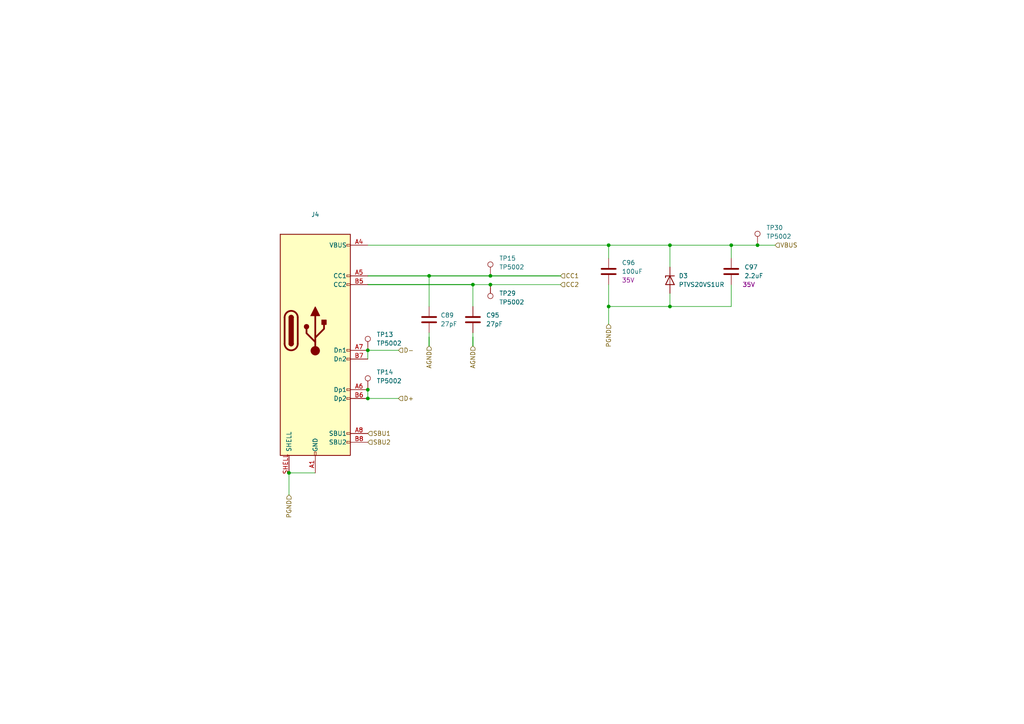
<source format=kicad_sch>
(kicad_sch (version 20211123) (generator eeschema)
  (paper "A4")
  (lib_symbols
    (symbol "Connector:TestPoint" (pin_numbers hide) (pin_names (offset 0.762) hide)
      (property "Reference" "TP" (at 0 6.858 0))
      (property "Value" "TestPoint" (at 0 5.08 0))
      (symbol "TestPoint_0_1"
        (circle (center 0 3.302) (radius 0.762))
      )
      (symbol "TestPoint_1_1"
        (pin passive line (at 0 0 90) (length 2.54) (name "1") (number "1"))
      )
    )
    (symbol "Connector:USB4120-03-C_REVA" (pin_names (offset 1.016))
      (property "Reference" "J" (at -9.525 29.21 0))
      (symbol "USB4120-03-C_REVA_0_0"
        (rectangle (start -0.254 -35.56) (end 0.254 -34.544))
        (rectangle (start 10.16 -31.496) (end 9.144 -32.004))
        (rectangle (start 10.16 -28.956) (end 9.144 -29.464))
        (rectangle (start 10.16 -18.796) (end 9.144 -19.304))
        (rectangle (start 10.16 -16.256) (end 9.144 -16.764))
        (rectangle (start 10.16 -7.366) (end 9.144 -7.874))
        (rectangle (start 10.16 -4.826) (end 9.144 -5.334))
        (rectangle (start 10.16 14.224) (end 9.144 13.716))
        (rectangle (start 10.16 16.764) (end 9.144 16.256))
        (rectangle (start 10.16 25.654) (end 9.144 25.146))
      )
      (symbol "USB4120-03-C_REVA_0_1"
        (rectangle (start -10.16 28.575) (end 10.16 -35.56) (stroke (width 0.254)) (fill (type background)))
        (arc (start -8.89 -3.175) (mid -6.985 -5.08) (end -5.08 -3.175) (stroke (width 0.508)))
        (arc (start -7.62 -3.175) (mid -6.985 -3.81) (end -6.35 -3.175) (stroke (width 0.254)))
        (arc (start -7.62 -3.175) (mid -6.985 -3.81) (end -6.35 -3.175) (stroke (width 0.254)) (fill (type outline)))
        (rectangle (start -7.62 -3.175) (end -6.35 4.445) (stroke (width 0.254)) (fill (type outline)))
        (arc (start -6.35 4.445) (mid -6.985 5.08) (end -7.62 4.445) (stroke (width 0.254)))
        (arc (start -6.35 4.445) (mid -6.985 5.08) (end -7.62 4.445) (stroke (width 0.254)) (fill (type outline)))
        (arc (start -5.08 4.445) (mid -6.985 6.35) (end -8.89 4.445) (stroke (width 0.508)))
        (polyline (pts (xy -8.89 -3.175) (xy -8.89 4.445)) (stroke (width 0.508)))
        (polyline (pts (xy -5.08 4.445) (xy -5.08 -3.175)) (stroke (width 0.508)))
      )
      (symbol "USB4120-03-C_REVA_1_1"
        (circle (center -2.54 1.778) (radius 0.635) (stroke (width 0.254)) (fill (type outline)))
        (circle (center 0 -5.207) (radius 1.27) (fill (type outline)))
        (polyline (pts (xy 0 -5.207) (xy 0 4.953)) (stroke (width 0.508)))
        (polyline (pts (xy 0 -2.667) (xy -2.54 -0.127) (xy -2.54 1.143)) (stroke (width 0.508)))
        (polyline (pts (xy 0 -1.397) (xy 2.54 1.143) (xy 2.54 2.413)) (stroke (width 0.508)))
        (polyline (pts (xy -1.27 4.953) (xy 0 7.493) (xy 1.27 4.953) (xy -1.27 4.953)) (stroke (width 0.254)) (fill (type outline)))
        (rectangle (start 1.905 2.413) (end 3.175 3.683) (stroke (width 0.254)) (fill (type outline)))
        (pin power_in line (at 0 -40.64 90) (length 5.08) (name "GND") (number "A1"))
        (pin power_in line (at 0 -40.64 90) (length 5.08) hide (name "GND") (number "A12"))
        (pin bidirectional line (at 15.24 25.4 180) (length 5.08) (name "VBUS") (number "A4"))
        (pin bidirectional line (at 15.24 16.51 180) (length 5.08) (name "CC1") (number "A5"))
        (pin bidirectional line (at 15.24 -16.51 180) (length 5.08) (name "Dp1") (number "A6"))
        (pin bidirectional line (at 15.24 -5.08 180) (length 5.08) (name "Dn1") (number "A7"))
        (pin bidirectional line (at 15.24 -29.21 180) (length 5.08) (name "SBU1") (number "A8"))
        (pin bidirectional line (at 15.24 25.4 180) (length 5.08) hide (name "VBUS") (number "A9"))
        (pin power_in line (at 0 -40.64 90) (length 5.08) hide (name "GND") (number "B1"))
        (pin power_in line (at 0 -40.64 90) (length 5.08) hide (name "GND") (number "B12"))
        (pin bidirectional line (at 15.24 25.4 180) (length 5.08) hide (name "VBUS") (number "B4"))
        (pin bidirectional line (at 15.24 13.97 180) (length 5.08) (name "CC2") (number "B5"))
        (pin bidirectional line (at 15.24 -19.05 180) (length 5.08) (name "Dp2") (number "B6"))
        (pin bidirectional line (at 15.24 -7.62 180) (length 5.08) (name "Dn2") (number "B7"))
        (pin bidirectional line (at 15.24 -31.75 180) (length 5.08) (name "SBU2") (number "B8"))
        (pin bidirectional line (at 15.24 25.4 180) (length 5.08) hide (name "VBUS") (number "B9"))
        (pin passive line (at -7.62 -40.64 90) (length 5.08) (name "SHELL") (number "SHELL"))
      )
    )
    (symbol "Device:C" (pin_numbers hide) (pin_names (offset 0.254))
      (property "Reference" "C" (at 0.635 2.54 0))
      (property "Value" "C" (at 0.635 -2.54 0))
      (symbol "C_0_1"
        (polyline (pts (xy -2.032 -0.762) (xy 2.032 -0.762)) (stroke (width 0.508)))
        (polyline (pts (xy -2.032 0.762) (xy 2.032 0.762)) (stroke (width 0.508)))
      )
      (symbol "C_1_1"
        (pin passive line (at 0 3.81 270) (length 2.794) (name "~") (number "1"))
        (pin passive line (at 0 -3.81 90) (length 2.794) (name "~") (number "2"))
      )
    )
    (symbol "Device:D_Zener" (pin_numbers hide) (pin_names (offset 1.016) hide)
      (property "Reference" "D" (at 0 2.54 0))
      (property "Value" "D_Zener" (at 0 -2.54 0))
      (symbol "D_Zener_0_1"
        (polyline (pts (xy 1.27 0) (xy -1.27 0)))
        (polyline (pts (xy -1.27 -1.27) (xy -1.27 1.27) (xy -0.762 1.27)) (stroke (width 0.254)))
        (polyline (pts (xy 1.27 -1.27) (xy 1.27 1.27) (xy -1.27 0) (xy 1.27 -1.27)) (stroke (width 0.254)))
      )
      (symbol "D_Zener_1_1"
        (pin passive line (at -3.81 0 0) (length 2.54) (name "K") (number "1"))
        (pin passive line (at 3.81 0 180) (length 2.54) (name "A") (number "2"))
      )
    )
  )
  (junction (at 137.16 82.55))
  (junction (at 106.68 101.6))
  (junction (at 142.24 82.55))
  (junction (at 212.09 71.12))
  (junction (at 124.46 80.01))
  (junction (at 176.53 88.9))
  (junction (at 219.71 71.12))
  (junction (at 194.31 88.9))
  (junction (at 142.24 80.01))
  (junction (at 106.68 115.57))
  (junction (at 106.68 113.03))
  (junction (at 176.53 71.12))
  (junction (at 83.82 137.16))
  (junction (at 194.31 71.12))
  (wire (pts (xy 124.46 80.01) (xy 142.24 80.01)) (stroke (width 0.254)))
  (wire (pts (xy 83.82 137.16) (xy 91.44 137.16)))
  (wire (pts (xy 83.82 143.51) (xy 83.82 137.16)))
  (wire (pts (xy 194.31 71.12) (xy 194.31 77.47)))
  (wire (pts (xy 115.57 115.57) (xy 106.68 115.57)))
  (wire (pts (xy 142.24 82.55) (xy 162.56 82.55)))
  (wire (pts (xy 176.53 71.12) (xy 194.31 71.12)))
  (wire (pts (xy 124.46 80.01) (xy 124.46 88.9)))
  (wire (pts (xy 137.16 100.33) (xy 137.16 97.79)) (stroke (width 0.254)))
  (wire (pts (xy 212.09 71.12) (xy 212.09 74.93)))
  (wire (pts (xy 194.31 85.09) (xy 194.31 88.9)))
  (wire (pts (xy 137.16 82.55) (xy 137.16 88.9)))
  (wire (pts (xy 219.71 71.12) (xy 224.79 71.12)))
  (wire (pts (xy 106.68 101.6) (xy 106.68 104.14)))
  (wire (pts (xy 212.09 71.12) (xy 219.71 71.12)))
  (wire (pts (xy 176.53 93.98) (xy 176.53 88.9)))
  (wire (pts (xy 212.09 82.55) (xy 212.09 88.9)))
  (wire (pts (xy 124.46 96.52) (xy 124.46 97.79)))
  (wire (pts (xy 106.68 82.55) (xy 137.16 82.55)) (stroke (width 0.254)))
  (wire (pts (xy 106.68 115.57) (xy 106.68 113.03)))
  (wire (pts (xy 106.68 71.12) (xy 176.53 71.12)))
  (wire (pts (xy 176.53 71.12) (xy 176.53 74.93)))
  (wire (pts (xy 194.31 88.9) (xy 212.09 88.9)))
  (wire (pts (xy 194.31 88.9) (xy 176.53 88.9)))
  (wire (pts (xy 106.68 101.6) (xy 115.57 101.6)))
  (wire (pts (xy 176.53 82.55) (xy 176.53 88.9)))
  (wire (pts (xy 106.68 80.01) (xy 124.46 80.01)) (stroke (width 0.254)))
  (wire (pts (xy 124.46 100.33) (xy 124.46 97.79)) (stroke (width 0.254)))
  (wire (pts (xy 137.16 96.52) (xy 137.16 97.79)))
  (wire (pts (xy 142.24 80.01) (xy 162.56 80.01)) (stroke (width 0.254)))
  (wire (pts (xy 137.16 82.55) (xy 142.24 82.55)))
  (wire (pts (xy 194.31 71.12) (xy 212.09 71.12)))
  (hierarchical_label "VBUS" (shape input) (at 224.79 71.12 0))
  (hierarchical_label "AGND" (shape input) (at 137.16 100.33 270))
  (hierarchical_label "AGND" (shape input) (at 124.46 100.33 270))
  (hierarchical_label "SBU1" (shape input) (at 106.68 125.73 0))
  (hierarchical_label "PGND" (shape input) (at 176.53 93.98 270))
  (hierarchical_label "D-" (shape input) (at 115.57 101.6 0))
  (hierarchical_label "D+" (shape input) (at 115.57 115.57 0))
  (hierarchical_label "PGND" (shape input) (at 83.82 143.51 270))
  (hierarchical_label "CC2" (shape input) (at 162.56 82.55 0))
  (hierarchical_label "SBU2" (shape input) (at 106.68 128.27 0))
  (hierarchical_label "CC1" (shape input) (at 162.56 80.01 0))
  (symbol (lib_id "Connector:USB4120-03-C_REVA") (at 91.44 96.52 0) (unit 1)
    (property "Reference" "J4" (at 91.44 62.23 0))
    (property "Value" "USB4120-03-C_REVA" (effects hide))
    (property "Footprint" "Connector_USB:GCT_USB4120-03-C_REVA" (effects hide))
    (property "STANDARD" "Manufacturer Recommendations" (effects hide))
    (property "MAXIMUM_PACKAGE_HEIGHT" "6.5mm" (effects hide))
    (property "PARTREV" "A" (effects hide))
    (property "Part Number" "USB4120-03-C" (effects hide))
    (property "Manufacturer" "GCT" (effects hide))
  )
  (symbol (lib_id "Device:C") (at 212.09 78.74 0) (unit 1)
    (property "Reference" "C97" (at 215.9 77.4699 0) (effects (justify left)))
    (property "Value" "2.2uF" (at 215.9 80.0099 0) (effects (justify left)))
    (property "Footprint" "Capacitor_SMD:C_0805_2012Metric" (effects hide))
    (property "Description" "35V" (at 217.17 82.55 0))
    (property "Manufacturer" "Samsung" (effects hide))
    (property "Part Number" "CL21B225KBYNNNE" (effects hide))
  )
  (symbol (lib_id "Connector:TestPoint") (at 219.71 71.12 0) (unit 1)
    (property "Reference" "TP30" (at 222.25 66.04 0) (effects (justify left)))
    (property "Value" "TP5002" (at 222.25 68.58 0) (effects (justify left)))
    (property "Footprint" "TestPoint:KEYSTONE_5002" (effects hide))
    (property "Description" "PPC_VBUS" (effects hide))
    (property "Manufacturer" "Keystone Electronics" (effects hide))
    (property "Part Number" "5002" (effects hide))
  )
  (symbol (lib_id "Device:C") (at 176.53 78.74 0) (unit 1)
    (property "Reference" "C96" (at 180.34 76.1999 0) (effects (justify left)))
    (property "Value" "100uF" (at 180.34 78.7399 0) (effects (justify left)))
    (property "Footprint" "Capacitor_SMD:C_1210_3225Metric" (effects hide))
    (property "Description" "35V" (at 180.34 81.2799 0) (effects (justify left)))
  )
  (symbol (lib_id "Connector:TestPoint") (at 142.24 80.01 0) (unit 1)
    (property "Reference" "TP15" (at 144.78 74.93 0) (effects (justify left)))
    (property "Value" "TP5002" (at 144.78 77.47 0) (effects (justify left)))
    (property "Footprint" "TestPoint:KEYSTONE_5002" (effects hide))
    (property "Manufacturer" "Keystone Electronics" (effects hide))
    (property "Part Number" "5002" (effects hide))
  )
  (symbol (lib_id "Device:D_Zener") (at 194.31 81.28 90) (mirror x) (unit 1)
    (property "Reference" "D3" (at 196.85 80.0099 90) (effects (justify right)))
    (property "Value" "PTVS20VS1UR" (at 196.85 82.5499 90) (effects (justify right)))
    (property "Footprint" "Diode_SMD:Nexperia_CFP3_SOD-123W" (effects hide))
    (property "Datasheet" "https://www.mouser.jp/datasheet/2/916/PTVSXS1UR_SER-1545507.pdf" (effects hide))
    (property "Part Number" "PTVS20VS1UR" (effects hide))
    (property "Description" "TVS Diode 20V" (effects hide))
    (property "Manufacturer" "Nexperia" (effects hide))
  )
  (symbol (lib_id "Connector:TestPoint") (at 106.68 113.03 0) (unit 1)
    (property "Reference" "TP14" (at 109.22 107.95 0) (effects (justify left)))
    (property "Value" "TP5002" (at 109.22 110.49 0) (effects (justify left)))
    (property "Footprint" "TestPoint:KEYSTONE_5002" (effects hide))
    (property "Description" "PPC_D+" (effects hide))
    (property "Manufacturer" "Keystone Electronics" (effects hide))
    (property "Part Number" "5002" (effects hide))
  )
  (symbol (lib_id "Device:C") (at 137.16 92.71 0) (unit 1)
    (property "Reference" "C95" (at 140.97 91.4399 0) (effects (justify left)))
    (property "Value" "27pF" (at 140.97 93.9799 0) (effects (justify left)))
    (property "Footprint" "Capacitor_SMD:C_0402_1005Metric" (effects hide))
    (property "Description" "50V" (effects hide))
    (property "Manufacturer" "Murata" (effects hide))
    (property "Part Number" "GRM1555C1H270JA01J" (effects hide))
  )
  (symbol (lib_id "Connector:TestPoint") (at 106.68 101.6 0) (unit 1)
    (property "Reference" "TP13" (at 109.22 97.0279 0) (effects (justify left)))
    (property "Value" "TP5002" (at 109.22 99.5679 0) (effects (justify left)))
    (property "Footprint" "TestPoint:KEYSTONE_5002" (effects hide))
    (property "Description" "PPC_D-" (effects hide))
    (property "Manufacturer" "Keystone Electronics" (effects hide))
    (property "Part Number" "5002" (effects hide))
  )
  (symbol (lib_id "Device:C") (at 124.46 92.71 0) (unit 1)
    (property "Reference" "C89" (at 127.762 91.44 0) (effects (justify left)))
    (property "Value" "27pF" (at 127.762 93.98 0) (effects (justify left)))
    (property "Footprint" "Capacitor_SMD:C_0402_1005Metric" (effects hide))
    (property "Description" "50V" (effects hide))
    (property "Manufacturer" "Murata" (effects hide))
    (property "Part Number" "GRM1555C1H270JA01J" (effects hide))
  )
  (symbol (lib_id "Connector:TestPoint") (at 142.24 82.55 180) (unit 1)
    (property "Reference" "TP29" (at 144.78 85.09 0) (effects (justify right)))
    (property "Value" "TP5002" (at 144.78 87.63 0) (effects (justify right)))
    (property "Footprint" "TestPoint:KEYSTONE_5002" (effects hide))
    (property "Description" "CC2" (effects hide))
    (property "Manufacturer" "Keystone Electronics" (effects hide))
    (property "Part Number" "5002" (effects hide))
  )
)
</source>
